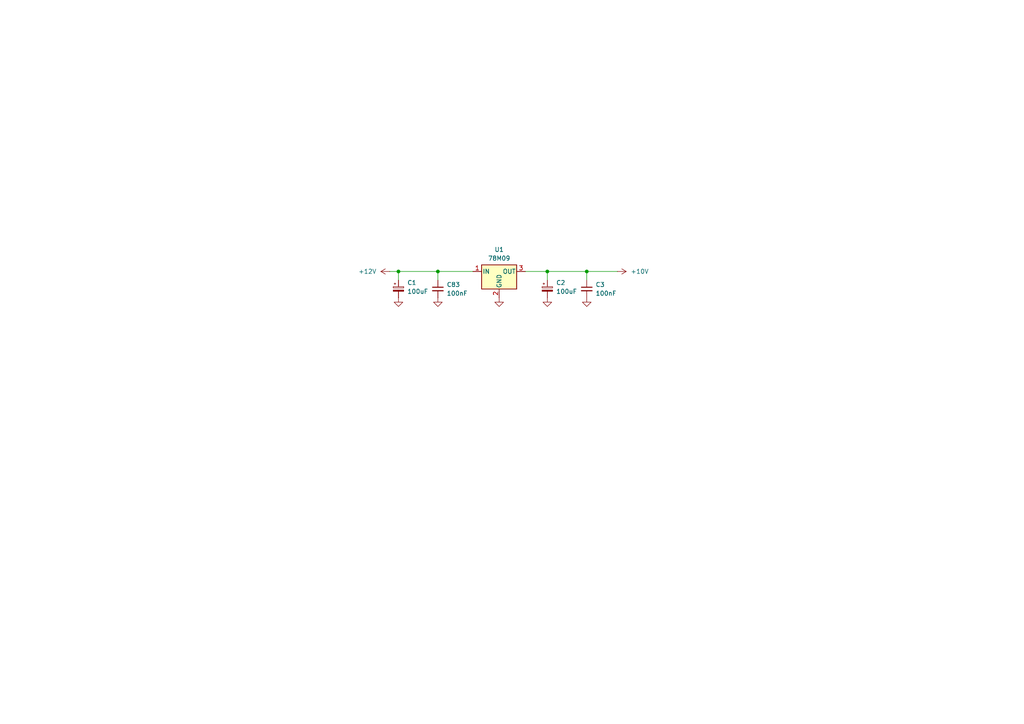
<source format=kicad_sch>
(kicad_sch (version 20231120) (generator "eeschema") (generator_version "8.0")
  (paper "A4")
  (lib_symbols
    (symbol "Device:C_Polarized_Small" (pin_numbers hide) (pin_names (offset 0.254) hide)
      (property "Reference" "C" (at 0.254 1.778 0))
      (property "Value" "C_Polarized_Small" (at 0.254 -2.032 0))
      (symbol "C_Polarized_Small_0_1"
        (rectangle (start -1.524 -0.3048) (end 1.524 -0.6858) (fill (type outline)))
        (rectangle (start -1.524 0.6858) (end 1.524 0.3048))
        (polyline (pts (xy -1.27 1.524) (xy -0.762 1.524)))
        (polyline (pts (xy -1.016 1.27) (xy -1.016 1.778)))
      )
      (symbol "C_Polarized_Small_1_1"
        (pin passive line (at 0 2.54 270) (length 1.8542) (name "~") (number "1"))
        (pin passive line (at 0 -2.54 90) (length 1.8542) (name "~") (number "2"))
      )
    )
    (symbol "Device:C_Small" (pin_numbers hide) (pin_names (offset 0.254) hide)
      (property "Reference" "C" (at 0.254 1.778 0))
      (property "Value" "C_Small" (at 0.254 -2.032 0))
      (symbol "C_Small_0_1"
        (polyline (pts (xy -1.524 -0.508) (xy 1.524 -0.508)) (stroke (width 0.3302)))
        (polyline (pts (xy -1.524 0.508) (xy 1.524 0.508)) (stroke (width 0.3048)))
      )
      (symbol "C_Small_1_1"
        (pin passive line (at 0 2.54 270) (length 2.032) (name "~") (number "1"))
        (pin passive line (at 0 -2.54 90) (length 2.032) (name "~") (number "2"))
      )
    )
    (symbol "Regulator_Linear:L7809" (pin_names (offset 0.254))
      (property "Reference" "U" (at -3.81 3.175 0))
      (property "Value" "L7809" (at 0 3.175 0))
      (symbol "L7809_0_1"
        (rectangle (start -5.08 1.905) (end 5.08 -5.08) (stroke (width 0.254)) (fill (type background)))
      )
      (symbol "L7809_1_1"
        (pin power_in line (at -7.62 0 0) (length 2.54) (name "IN") (number "1"))
        (pin power_in line (at 0 -7.62 90) (length 2.54) (name "GND") (number "2"))
        (pin power_out line (at 7.62 0 180) (length 2.54) (name "OUT") (number "3"))
      )
    )
    (symbol "power:+10V" (power) (pin_numbers hide) (pin_names (offset 0) hide)
      (property "Value" "+10V" (at 0 3.556 0))
      (symbol "+10V_0_1"
        (polyline (pts (xy -0.762 1.27) (xy 0 2.54)))
        (polyline (pts (xy 0 0) (xy 0 2.54)))
        (polyline (pts (xy 0 2.54) (xy 0.762 1.27)))
      )
      (symbol "+10V_1_1"
        (pin power_in line (at 0 0 90) (length 0) (name "~") (number "1"))
      )
    )
    (symbol "power:+12V" (power) (pin_numbers hide) (pin_names (offset 0) hide)
      (property "Value" "+12V" (at 0 3.556 0))
      (symbol "+12V_0_1"
        (polyline (pts (xy -0.762 1.27) (xy 0 2.54)))
        (polyline (pts (xy 0 0) (xy 0 2.54)))
        (polyline (pts (xy 0 2.54) (xy 0.762 1.27)))
      )
      (symbol "+12V_1_1"
        (pin power_in line (at 0 0 90) (length 0) (name "~") (number "1"))
      )
    )
    (symbol "power:GND" (power) (pin_numbers hide) (pin_names (offset 0) hide)
      (property "Value" "GND" (at 0 -3.81 0))
      (symbol "GND_0_1"
        (polyline (pts (xy 0 0) (xy 0 -1.27) (xy 1.27 -1.27) (xy 0 -2.54) (xy -1.27 -1.27) (xy 0 -1.27)))
      )
      (symbol "GND_1_1"
        (pin power_in line (at 0 0 270) (length 0) (name "~") (number "1"))
      )
    )
  )
  (junction (at 170.18 78.74))
  (junction (at 158.75 78.74))
  (junction (at 127 78.74))
  (junction (at 115.57 78.74))
  (wire (pts (xy 115.57 78.74) (xy 115.57 81.28)))
  (wire (pts (xy 170.18 78.74) (xy 179.07 78.74)))
  (wire (pts (xy 158.75 78.74) (xy 170.18 78.74)))
  (wire (pts (xy 127 78.74) (xy 127 81.28)))
  (wire (pts (xy 127 78.74) (xy 137.16 78.74)))
  (wire (pts (xy 170.18 78.74) (xy 170.18 81.28)))
  (wire (pts (xy 113.03 78.74) (xy 115.57 78.74)))
  (wire (pts (xy 152.4 78.74) (xy 158.75 78.74)))
  (wire (pts (xy 158.75 78.74) (xy 158.75 81.28)))
  (wire (pts (xy 115.57 78.74) (xy 127 78.74)))
  (symbol (lib_id "Device:C_Polarized_Small") (at 115.57 83.82 0) (unit 1)
    (property "Reference" "C1" (at 118.11 82.0038 0) (effects (justify left)))
    (property "Value" "100uF" (at 118.11 84.5438 0) (effects (justify left)))
    (property "Footprint" "Capacitor_Tantalum_SMD:CP_EIA-7343-15_Kemet-W_Pad2.25x2.55mm_HandSolder" (effects (hide yes)))
    (property "Description" "Polarized capacitor, small symbol" (effects (hide yes)))
  )
  (symbol (lib_id "power:GND") (at 115.57 86.36 0) (unit 1)
    (property "Reference" "#PWR03" (effects (hide yes)))
    (property "Value" "GND" (effects (hide yes)))
    (property "Description" "Power symbol creates a global label with name \"GND\" , ground" (effects (hide yes)))
  )
  (symbol (lib_id "power:GND") (at 127 86.36 0) (unit 1)
    (property "Reference" "#PWR0130" (effects (hide yes)))
    (property "Value" "GND" (effects (hide yes)))
    (property "Description" "Power symbol creates a global label with name \"GND\" , ground" (effects (hide yes)))
  )
  (symbol (lib_id "power:GND") (at 144.78 86.36 0) (unit 1)
    (property "Reference" "#PWR01" (effects (hide yes)))
    (property "Value" "GND" (effects (hide yes)))
    (property "Description" "Power symbol creates a global label with name \"GND\" , ground" (effects (hide yes)))
  )
  (symbol (lib_id "power:GND") (at 158.75 86.36 0) (unit 1)
    (property "Reference" "#PWR04" (effects (hide yes)))
    (property "Value" "GND" (effects (hide yes)))
    (property "Description" "Power symbol creates a global label with name \"GND\" , ground" (effects (hide yes)))
  )
  (symbol (lib_id "Regulator_Linear:L7809") (at 144.78 78.74 0) (unit 1)
    (property "Reference" "U1" (at 144.78 72.39 0))
    (property "Value" "78M09" (at 144.78 74.93 0))
    (property "Footprint" "Package_TO_SOT_SMD:TO-252-2" (effects (hide yes)))
    (property "Datasheet" "http://www.st.com/content/ccc/resource/technical/document/datasheet/41/4f/b3/b0/12/d4/47/88/CD00000444.pdf/files/CD00000444.pdf/jcr:content/translations/en.CD00000444.pdf" (effects (hide yes)))
    (property "Description" "Positive 1.5A 35V Linear Regulator, Fixed Output 9V, TO-220/TO-263/TO-252" (effects (hide yes)))
  )
  (symbol (lib_id "Device:C_Small") (at 170.18 83.82 0) (unit 1)
    (property "Reference" "C3" (at 172.72 82.5562 0) (effects (justify left)))
    (property "Value" "100nF" (at 172.72 85.0962 0) (effects (justify left)))
    (property "Footprint" "SDR_footprints:C_1206_0603" (effects (hide yes)))
    (property "Description" "Unpolarized capacitor, small symbol" (effects (hide yes)))
  )
  (symbol (lib_id "power:+10V") (at 179.07 78.74 270) (unit 1)
    (property "Reference" "#PWR02" (effects (hide yes)))
    (property "Value" "+10V" (at 182.88 78.7399 90) (effects (justify left)))
    (property "Description" "Power symbol creates a global label with name \"+10V\"" (effects (hide yes)))
  )
  (symbol (lib_id "power:+12V") (at 113.03 78.74 90) (unit 1)
    (property "Reference" "#PWR0128" (effects (hide yes)))
    (property "Value" "+12V" (at 109.22 78.7399 90) (effects (justify left)))
    (property "Description" "Power symbol creates a global label with name \"+12V\"" (effects (hide yes)))
  )
  (symbol (lib_id "Device:C_Small") (at 127 83.82 0) (unit 1)
    (property "Reference" "C83" (at 129.54 82.5562 0) (effects (justify left)))
    (property "Value" "100nF" (at 129.54 85.0962 0) (effects (justify left)))
    (property "Footprint" "SDR_footprints:C_1206_0603" (effects (hide yes)))
    (property "Description" "Unpolarized capacitor, small symbol" (effects (hide yes)))
  )
  (symbol (lib_id "Device:C_Polarized_Small") (at 158.75 83.82 0) (unit 1)
    (property "Reference" "C2" (at 161.29 82.0038 0) (effects (justify left)))
    (property "Value" "100uF" (at 161.29 84.5438 0) (effects (justify left)))
    (property "Footprint" "Capacitor_Tantalum_SMD:CP_EIA-7343-15_Kemet-W_Pad2.25x2.55mm_HandSolder" (effects (hide yes)))
    (property "Description" "Polarized capacitor, small symbol" (effects (hide yes)))
  )
  (symbol (lib_id "power:GND") (at 170.18 86.36 0) (unit 1)
    (property "Reference" "#PWR05" (effects (hide yes)))
    (property "Value" "GND" (effects (hide yes)))
    (property "Description" "Power symbol creates a global label with name \"GND\" , ground" (effects (hide yes)))
  )
)
</source>
